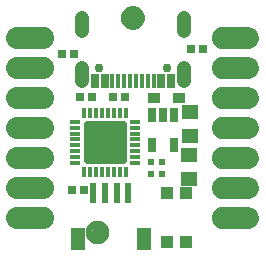
<source format=gbr>
G04 EAGLE Gerber RS-274X export*
G75*
%MOMM*%
%FSLAX34Y34*%
%LPD*%
%INSoldermask Top*%
%IPPOS*%
%AMOC8*
5,1,8,0,0,1.08239X$1,22.5*%
G01*
%ADD10C,1.101600*%
%ADD11C,0.469900*%
%ADD12R,1.401600X1.301600*%
%ADD13R,1.001600X1.001600*%
%ADD14C,0.468206*%
%ADD15R,0.900000X0.350000*%
%ADD16R,0.350000X0.900000*%
%ADD17R,0.701600X0.701600*%
%ADD18R,0.676600X1.251600*%
%ADD19R,0.376600X1.251600*%
%ADD20C,1.209600*%
%ADD21C,0.751600*%
%ADD22C,1.879600*%
%ADD23C,1.879600*%
%ADD24R,0.601600X1.651600*%
%ADD25R,1.301600X1.901600*%
%ADD26R,0.651600X1.301600*%
%ADD27R,0.601600X0.601600*%
%ADD28R,1.001600X0.901600*%


D10*
X58928Y15240D03*
D11*
X58928Y22740D02*
X58747Y22738D01*
X58566Y22731D01*
X58385Y22720D01*
X58204Y22705D01*
X58024Y22685D01*
X57844Y22661D01*
X57665Y22633D01*
X57487Y22600D01*
X57310Y22563D01*
X57133Y22522D01*
X56958Y22477D01*
X56783Y22427D01*
X56610Y22373D01*
X56439Y22315D01*
X56268Y22253D01*
X56100Y22186D01*
X55933Y22116D01*
X55767Y22042D01*
X55604Y21963D01*
X55443Y21881D01*
X55283Y21795D01*
X55126Y21705D01*
X54971Y21611D01*
X54818Y21514D01*
X54668Y21412D01*
X54520Y21308D01*
X54374Y21199D01*
X54232Y21088D01*
X54092Y20972D01*
X53955Y20854D01*
X53820Y20732D01*
X53689Y20607D01*
X53561Y20479D01*
X53436Y20348D01*
X53314Y20213D01*
X53196Y20076D01*
X53080Y19936D01*
X52969Y19794D01*
X52860Y19648D01*
X52756Y19500D01*
X52654Y19350D01*
X52557Y19197D01*
X52463Y19042D01*
X52373Y18885D01*
X52287Y18725D01*
X52205Y18564D01*
X52126Y18401D01*
X52052Y18235D01*
X51982Y18068D01*
X51915Y17900D01*
X51853Y17729D01*
X51795Y17558D01*
X51741Y17385D01*
X51691Y17210D01*
X51646Y17035D01*
X51605Y16858D01*
X51568Y16681D01*
X51535Y16503D01*
X51507Y16324D01*
X51483Y16144D01*
X51463Y15964D01*
X51448Y15783D01*
X51437Y15602D01*
X51430Y15421D01*
X51428Y15240D01*
X58928Y22740D02*
X59109Y22738D01*
X59290Y22731D01*
X59471Y22720D01*
X59652Y22705D01*
X59832Y22685D01*
X60012Y22661D01*
X60191Y22633D01*
X60369Y22600D01*
X60546Y22563D01*
X60723Y22522D01*
X60898Y22477D01*
X61073Y22427D01*
X61246Y22373D01*
X61417Y22315D01*
X61588Y22253D01*
X61756Y22186D01*
X61923Y22116D01*
X62089Y22042D01*
X62252Y21963D01*
X62413Y21881D01*
X62573Y21795D01*
X62730Y21705D01*
X62885Y21611D01*
X63038Y21514D01*
X63188Y21412D01*
X63336Y21308D01*
X63482Y21199D01*
X63624Y21088D01*
X63764Y20972D01*
X63901Y20854D01*
X64036Y20732D01*
X64167Y20607D01*
X64295Y20479D01*
X64420Y20348D01*
X64542Y20213D01*
X64660Y20076D01*
X64776Y19936D01*
X64887Y19794D01*
X64996Y19648D01*
X65100Y19500D01*
X65202Y19350D01*
X65299Y19197D01*
X65393Y19042D01*
X65483Y18885D01*
X65569Y18725D01*
X65651Y18564D01*
X65730Y18401D01*
X65804Y18235D01*
X65874Y18068D01*
X65941Y17900D01*
X66003Y17729D01*
X66061Y17558D01*
X66115Y17385D01*
X66165Y17210D01*
X66210Y17035D01*
X66251Y16858D01*
X66288Y16681D01*
X66321Y16503D01*
X66349Y16324D01*
X66373Y16144D01*
X66393Y15964D01*
X66408Y15783D01*
X66419Y15602D01*
X66426Y15421D01*
X66428Y15240D01*
X66426Y15059D01*
X66419Y14878D01*
X66408Y14697D01*
X66393Y14516D01*
X66373Y14336D01*
X66349Y14156D01*
X66321Y13977D01*
X66288Y13799D01*
X66251Y13622D01*
X66210Y13445D01*
X66165Y13270D01*
X66115Y13095D01*
X66061Y12922D01*
X66003Y12751D01*
X65941Y12580D01*
X65874Y12412D01*
X65804Y12245D01*
X65730Y12079D01*
X65651Y11916D01*
X65569Y11755D01*
X65483Y11595D01*
X65393Y11438D01*
X65299Y11283D01*
X65202Y11130D01*
X65100Y10980D01*
X64996Y10832D01*
X64887Y10686D01*
X64776Y10544D01*
X64660Y10404D01*
X64542Y10267D01*
X64420Y10132D01*
X64295Y10001D01*
X64167Y9873D01*
X64036Y9748D01*
X63901Y9626D01*
X63764Y9508D01*
X63624Y9392D01*
X63482Y9281D01*
X63336Y9172D01*
X63188Y9068D01*
X63038Y8966D01*
X62885Y8869D01*
X62730Y8775D01*
X62573Y8685D01*
X62413Y8599D01*
X62252Y8517D01*
X62089Y8438D01*
X61923Y8364D01*
X61756Y8294D01*
X61588Y8227D01*
X61417Y8165D01*
X61246Y8107D01*
X61073Y8053D01*
X60898Y8003D01*
X60723Y7958D01*
X60546Y7917D01*
X60369Y7880D01*
X60191Y7847D01*
X60012Y7819D01*
X59832Y7795D01*
X59652Y7775D01*
X59471Y7760D01*
X59290Y7749D01*
X59109Y7742D01*
X58928Y7740D01*
X58747Y7742D01*
X58566Y7749D01*
X58385Y7760D01*
X58204Y7775D01*
X58024Y7795D01*
X57844Y7819D01*
X57665Y7847D01*
X57487Y7880D01*
X57310Y7917D01*
X57133Y7958D01*
X56958Y8003D01*
X56783Y8053D01*
X56610Y8107D01*
X56439Y8165D01*
X56268Y8227D01*
X56100Y8294D01*
X55933Y8364D01*
X55767Y8438D01*
X55604Y8517D01*
X55443Y8599D01*
X55283Y8685D01*
X55126Y8775D01*
X54971Y8869D01*
X54818Y8966D01*
X54668Y9068D01*
X54520Y9172D01*
X54374Y9281D01*
X54232Y9392D01*
X54092Y9508D01*
X53955Y9626D01*
X53820Y9748D01*
X53689Y9873D01*
X53561Y10001D01*
X53436Y10132D01*
X53314Y10267D01*
X53196Y10404D01*
X53080Y10544D01*
X52969Y10686D01*
X52860Y10832D01*
X52756Y10980D01*
X52654Y11130D01*
X52557Y11283D01*
X52463Y11438D01*
X52373Y11595D01*
X52287Y11755D01*
X52205Y11916D01*
X52126Y12079D01*
X52052Y12245D01*
X51982Y12412D01*
X51915Y12580D01*
X51853Y12751D01*
X51795Y12922D01*
X51741Y13095D01*
X51691Y13270D01*
X51646Y13445D01*
X51605Y13622D01*
X51568Y13799D01*
X51535Y13977D01*
X51507Y14156D01*
X51483Y14336D01*
X51463Y14516D01*
X51448Y14697D01*
X51437Y14878D01*
X51430Y15059D01*
X51428Y15240D01*
D12*
X136398Y81026D03*
X136398Y60706D03*
X136906Y117475D03*
X136906Y97155D03*
D13*
X117730Y48440D03*
X133730Y48440D03*
X133730Y7440D03*
X117730Y7440D03*
D14*
X80920Y75849D02*
X49586Y75849D01*
X49586Y107183D01*
X80920Y107183D01*
X80920Y75849D01*
X80920Y80297D02*
X49586Y80297D01*
X49586Y84745D02*
X80920Y84745D01*
X80920Y89193D02*
X49586Y89193D01*
X49586Y93641D02*
X80920Y93641D01*
X80920Y98089D02*
X49586Y98089D01*
X49586Y102537D02*
X80920Y102537D01*
X80920Y106985D02*
X49586Y106985D01*
D15*
X40253Y109016D03*
X40253Y104016D03*
X40253Y99016D03*
X40253Y94016D03*
X40253Y89016D03*
X40253Y84016D03*
X40253Y79016D03*
X40253Y74016D03*
D16*
X47753Y66516D03*
X52753Y66516D03*
X57753Y66516D03*
X62753Y66516D03*
X67753Y66516D03*
X72753Y66516D03*
X77753Y66516D03*
X82753Y66516D03*
D15*
X90253Y74016D03*
X90253Y79016D03*
X90253Y84016D03*
X90253Y89016D03*
X90253Y94016D03*
X90253Y99016D03*
X90253Y104016D03*
X90253Y109016D03*
D16*
X82753Y116516D03*
X77753Y116516D03*
X72753Y116516D03*
X67753Y116516D03*
X62753Y116516D03*
X57753Y116516D03*
X52753Y116516D03*
X47753Y116516D03*
D17*
X54610Y129667D03*
X44450Y129667D03*
X72009Y129794D03*
X82169Y129794D03*
D18*
X120900Y143620D03*
X112900Y143620D03*
D19*
X106400Y143620D03*
X101400Y143620D03*
X96400Y143620D03*
X91400Y143620D03*
X86400Y143620D03*
X81400Y143620D03*
X76400Y143620D03*
X71400Y143620D03*
D18*
X64900Y143620D03*
X56900Y143620D03*
D20*
X132100Y185630D02*
X132100Y196710D01*
X45700Y196710D02*
X45700Y185630D01*
X45700Y154910D02*
X45700Y143830D01*
X132100Y143830D02*
X132100Y154910D01*
D21*
X60000Y154370D03*
X117800Y154370D03*
D17*
X29210Y165989D03*
X39370Y165989D03*
X148590Y170434D03*
X138430Y170434D03*
D22*
X12700Y179705D03*
X12700Y154305D03*
X12700Y128905D03*
X12700Y103505D03*
X12700Y78105D03*
X12700Y52705D03*
X12700Y27305D03*
D23*
X8890Y179705D02*
X-8890Y179705D01*
X-8890Y154305D02*
X8890Y154305D01*
X8890Y128905D02*
X-8890Y128905D01*
X-8890Y103505D02*
X8890Y103505D01*
X8890Y78105D02*
X-8890Y78105D01*
X-8890Y52705D02*
X8890Y52705D01*
X8890Y27305D02*
X-8890Y27305D01*
D24*
X65104Y49016D03*
X75104Y49016D03*
X55104Y49016D03*
X85104Y49016D03*
D25*
X42104Y10016D03*
X98104Y10016D03*
D26*
X123800Y115109D03*
X114300Y115109D03*
X104800Y115109D03*
X104800Y89107D03*
X123800Y89107D03*
D27*
X104212Y64723D03*
X113212Y64723D03*
X113212Y74723D03*
X104212Y74723D03*
D22*
X165100Y27305D03*
X165100Y52705D03*
X165100Y78105D03*
X165100Y103505D03*
X165100Y128905D03*
X165100Y154305D03*
X165100Y179705D03*
D23*
X168910Y27305D02*
X186690Y27305D01*
X186690Y52705D02*
X168910Y52705D01*
X168910Y78105D02*
X186690Y78105D01*
X186690Y103505D02*
X168910Y103505D01*
X168910Y128905D02*
X186690Y128905D01*
X186690Y154305D02*
X168910Y154305D01*
X168910Y179705D02*
X186690Y179705D01*
D28*
X127794Y129540D03*
X106394Y129540D03*
D17*
X37592Y51435D03*
X47752Y51435D03*
D10*
X88900Y196850D03*
D11*
X88900Y204350D02*
X88719Y204348D01*
X88538Y204341D01*
X88357Y204330D01*
X88176Y204315D01*
X87996Y204295D01*
X87816Y204271D01*
X87637Y204243D01*
X87459Y204210D01*
X87282Y204173D01*
X87105Y204132D01*
X86930Y204087D01*
X86755Y204037D01*
X86582Y203983D01*
X86411Y203925D01*
X86240Y203863D01*
X86072Y203796D01*
X85905Y203726D01*
X85739Y203652D01*
X85576Y203573D01*
X85415Y203491D01*
X85255Y203405D01*
X85098Y203315D01*
X84943Y203221D01*
X84790Y203124D01*
X84640Y203022D01*
X84492Y202918D01*
X84346Y202809D01*
X84204Y202698D01*
X84064Y202582D01*
X83927Y202464D01*
X83792Y202342D01*
X83661Y202217D01*
X83533Y202089D01*
X83408Y201958D01*
X83286Y201823D01*
X83168Y201686D01*
X83052Y201546D01*
X82941Y201404D01*
X82832Y201258D01*
X82728Y201110D01*
X82626Y200960D01*
X82529Y200807D01*
X82435Y200652D01*
X82345Y200495D01*
X82259Y200335D01*
X82177Y200174D01*
X82098Y200011D01*
X82024Y199845D01*
X81954Y199678D01*
X81887Y199510D01*
X81825Y199339D01*
X81767Y199168D01*
X81713Y198995D01*
X81663Y198820D01*
X81618Y198645D01*
X81577Y198468D01*
X81540Y198291D01*
X81507Y198113D01*
X81479Y197934D01*
X81455Y197754D01*
X81435Y197574D01*
X81420Y197393D01*
X81409Y197212D01*
X81402Y197031D01*
X81400Y196850D01*
X88900Y204350D02*
X89081Y204348D01*
X89262Y204341D01*
X89443Y204330D01*
X89624Y204315D01*
X89804Y204295D01*
X89984Y204271D01*
X90163Y204243D01*
X90341Y204210D01*
X90518Y204173D01*
X90695Y204132D01*
X90870Y204087D01*
X91045Y204037D01*
X91218Y203983D01*
X91389Y203925D01*
X91560Y203863D01*
X91728Y203796D01*
X91895Y203726D01*
X92061Y203652D01*
X92224Y203573D01*
X92385Y203491D01*
X92545Y203405D01*
X92702Y203315D01*
X92857Y203221D01*
X93010Y203124D01*
X93160Y203022D01*
X93308Y202918D01*
X93454Y202809D01*
X93596Y202698D01*
X93736Y202582D01*
X93873Y202464D01*
X94008Y202342D01*
X94139Y202217D01*
X94267Y202089D01*
X94392Y201958D01*
X94514Y201823D01*
X94632Y201686D01*
X94748Y201546D01*
X94859Y201404D01*
X94968Y201258D01*
X95072Y201110D01*
X95174Y200960D01*
X95271Y200807D01*
X95365Y200652D01*
X95455Y200495D01*
X95541Y200335D01*
X95623Y200174D01*
X95702Y200011D01*
X95776Y199845D01*
X95846Y199678D01*
X95913Y199510D01*
X95975Y199339D01*
X96033Y199168D01*
X96087Y198995D01*
X96137Y198820D01*
X96182Y198645D01*
X96223Y198468D01*
X96260Y198291D01*
X96293Y198113D01*
X96321Y197934D01*
X96345Y197754D01*
X96365Y197574D01*
X96380Y197393D01*
X96391Y197212D01*
X96398Y197031D01*
X96400Y196850D01*
X96398Y196669D01*
X96391Y196488D01*
X96380Y196307D01*
X96365Y196126D01*
X96345Y195946D01*
X96321Y195766D01*
X96293Y195587D01*
X96260Y195409D01*
X96223Y195232D01*
X96182Y195055D01*
X96137Y194880D01*
X96087Y194705D01*
X96033Y194532D01*
X95975Y194361D01*
X95913Y194190D01*
X95846Y194022D01*
X95776Y193855D01*
X95702Y193689D01*
X95623Y193526D01*
X95541Y193365D01*
X95455Y193205D01*
X95365Y193048D01*
X95271Y192893D01*
X95174Y192740D01*
X95072Y192590D01*
X94968Y192442D01*
X94859Y192296D01*
X94748Y192154D01*
X94632Y192014D01*
X94514Y191877D01*
X94392Y191742D01*
X94267Y191611D01*
X94139Y191483D01*
X94008Y191358D01*
X93873Y191236D01*
X93736Y191118D01*
X93596Y191002D01*
X93454Y190891D01*
X93308Y190782D01*
X93160Y190678D01*
X93010Y190576D01*
X92857Y190479D01*
X92702Y190385D01*
X92545Y190295D01*
X92385Y190209D01*
X92224Y190127D01*
X92061Y190048D01*
X91895Y189974D01*
X91728Y189904D01*
X91560Y189837D01*
X91389Y189775D01*
X91218Y189717D01*
X91045Y189663D01*
X90870Y189613D01*
X90695Y189568D01*
X90518Y189527D01*
X90341Y189490D01*
X90163Y189457D01*
X89984Y189429D01*
X89804Y189405D01*
X89624Y189385D01*
X89443Y189370D01*
X89262Y189359D01*
X89081Y189352D01*
X88900Y189350D01*
X88719Y189352D01*
X88538Y189359D01*
X88357Y189370D01*
X88176Y189385D01*
X87996Y189405D01*
X87816Y189429D01*
X87637Y189457D01*
X87459Y189490D01*
X87282Y189527D01*
X87105Y189568D01*
X86930Y189613D01*
X86755Y189663D01*
X86582Y189717D01*
X86411Y189775D01*
X86240Y189837D01*
X86072Y189904D01*
X85905Y189974D01*
X85739Y190048D01*
X85576Y190127D01*
X85415Y190209D01*
X85255Y190295D01*
X85098Y190385D01*
X84943Y190479D01*
X84790Y190576D01*
X84640Y190678D01*
X84492Y190782D01*
X84346Y190891D01*
X84204Y191002D01*
X84064Y191118D01*
X83927Y191236D01*
X83792Y191358D01*
X83661Y191483D01*
X83533Y191611D01*
X83408Y191742D01*
X83286Y191877D01*
X83168Y192014D01*
X83052Y192154D01*
X82941Y192296D01*
X82832Y192442D01*
X82728Y192590D01*
X82626Y192740D01*
X82529Y192893D01*
X82435Y193048D01*
X82345Y193205D01*
X82259Y193365D01*
X82177Y193526D01*
X82098Y193689D01*
X82024Y193855D01*
X81954Y194022D01*
X81887Y194190D01*
X81825Y194361D01*
X81767Y194532D01*
X81713Y194705D01*
X81663Y194880D01*
X81618Y195055D01*
X81577Y195232D01*
X81540Y195409D01*
X81507Y195587D01*
X81479Y195766D01*
X81455Y195946D01*
X81435Y196126D01*
X81420Y196307D01*
X81409Y196488D01*
X81402Y196669D01*
X81400Y196850D01*
M02*

</source>
